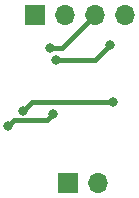
<source format=gbr>
%TF.GenerationSoftware,KiCad,Pcbnew,7.0.0-da2b9df05c~163~ubuntu20.04.1*%
%TF.CreationDate,2023-06-08T13:28:59+01:00*%
%TF.ProjectId,h_bridge,685f6272-6964-4676-952e-6b696361645f,rev?*%
%TF.SameCoordinates,Original*%
%TF.FileFunction,Copper,L2,Bot*%
%TF.FilePolarity,Positive*%
%FSLAX46Y46*%
G04 Gerber Fmt 4.6, Leading zero omitted, Abs format (unit mm)*
G04 Created by KiCad (PCBNEW 7.0.0-da2b9df05c~163~ubuntu20.04.1) date 2023-06-08 13:28:59*
%MOMM*%
%LPD*%
G01*
G04 APERTURE LIST*
%TA.AperFunction,ComponentPad*%
%ADD10R,1.700000X1.700000*%
%TD*%
%TA.AperFunction,ComponentPad*%
%ADD11O,1.700000X1.700000*%
%TD*%
%TA.AperFunction,ViaPad*%
%ADD12C,0.800000*%
%TD*%
%TA.AperFunction,Conductor*%
%ADD13C,0.400000*%
%TD*%
G04 APERTURE END LIST*
D10*
%TO.P,M1,1,+*%
%TO.N,Net-(M1-+)*%
X98805999Y-59689999D03*
D11*
%TO.P,M1,2,-*%
%TO.N,Net-(M1--)*%
X101345999Y-59689999D03*
%TD*%
D10*
%TO.P,J1,1,Pin_1*%
%TO.N,/A*%
X96049999Y-45409999D03*
D11*
%TO.P,J1,2,Pin_2*%
%TO.N,/B*%
X98589999Y-45409999D03*
%TO.P,J1,3,Pin_3*%
%TO.N,VCC*%
X101129999Y-45409999D03*
%TO.P,J1,4,Pin_4*%
%TO.N,GND*%
X103669999Y-45409999D03*
%TD*%
D12*
%TO.N,VCC*%
X97282000Y-48260000D03*
%TO.N,GND*%
X93726000Y-54864000D03*
X97536000Y-53848000D03*
%TO.N,Net-(Q1-G)*%
X102362000Y-48006000D03*
X97790000Y-49276000D03*
%TO.N,Net-(Q3-G)*%
X94996000Y-53594000D03*
X102616000Y-52832000D03*
%TD*%
D13*
%TO.N,VCC*%
X98280000Y-48260000D02*
X97282000Y-48260000D01*
X101130000Y-45410000D02*
X98280000Y-48260000D01*
%TO.N,GND*%
X94271000Y-54319000D02*
X93726000Y-54864000D01*
X97536000Y-53848000D02*
X97065000Y-54319000D01*
X97065000Y-54319000D02*
X94271000Y-54319000D01*
%TO.N,Net-(Q1-G)*%
X102362000Y-48006000D02*
X101092000Y-49276000D01*
X101092000Y-49276000D02*
X97790000Y-49276000D01*
%TO.N,Net-(Q3-G)*%
X95758000Y-52832000D02*
X94996000Y-53594000D01*
X102616000Y-52832000D02*
X95758000Y-52832000D01*
%TD*%
M02*

</source>
